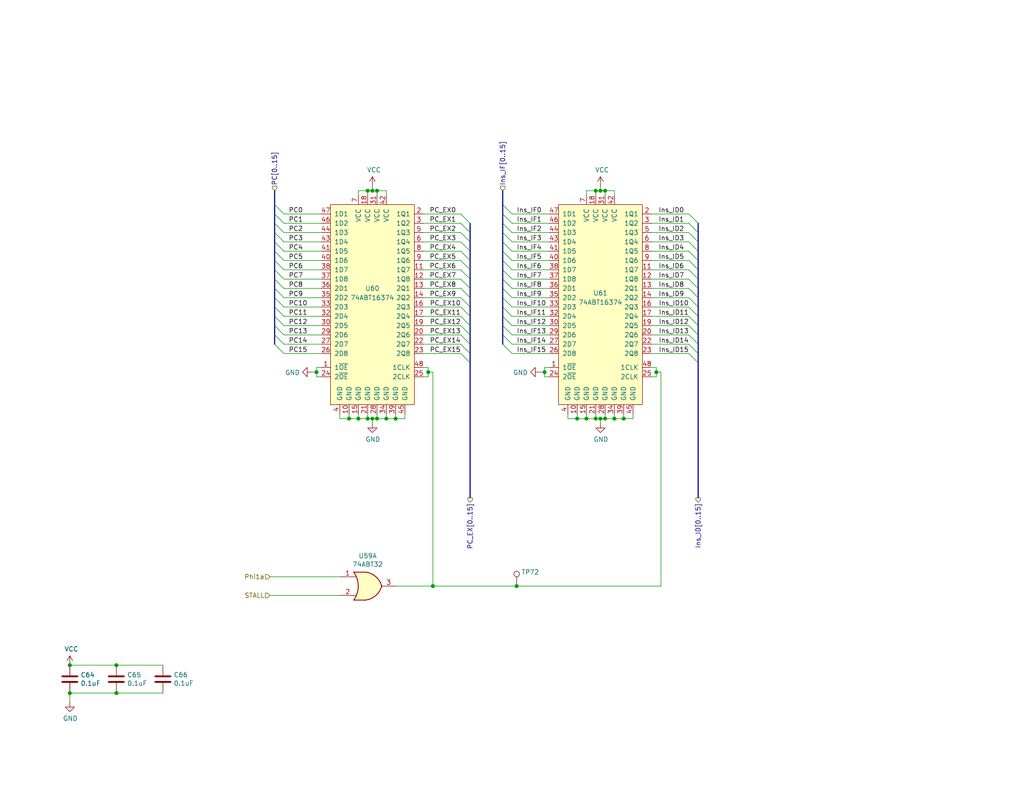
<source format=kicad_sch>
(kicad_sch (version 20230121) (generator eeschema)
  (paper "USLetter")
  (title_block (title "IF/ID") (date "2023-10-22") (rev "C") (comment 4 "Interstage pipeline registers between IF and ID"))
  (lib_symbols
    (symbol "74xx (kicad5):74ABT16374" (pin_names (offset 1.016))
      (property "Reference" "U" (at 0 1.27 0))
      (property "Value" "74ABT16374" (at 0 -1.27 0))
      (symbol "74ABT16374_0_0"
        (pin input line (at -13.97 -20.32 0) (length 2.54) (name "1~{OE}") (number "1"))
        (pin power_in line (at -6.35 -33.02 90) (length 2.54) (name "GND") (number "10"))
        (pin tri_state line (at 13.97 6.35 180) (length 2.54) (name "1Q7") (number "11"))
        (pin tri_state line (at 13.97 3.81 180) (length 2.54) (name "1Q8") (number "12"))
        (pin tri_state line (at 13.97 1.27 180) (length 2.54) (name "2Q1") (number "13"))
        (pin tri_state line (at 13.97 -1.27 180) (length 2.54) (name "2Q2") (number "14"))
        (pin power_in line (at -3.81 -33.02 90) (length 2.54) (name "GND") (number "15"))
        (pin tri_state line (at 13.97 -3.81 180) (length 2.54) (name "2Q3") (number "16"))
        (pin tri_state line (at 13.97 -6.35 180) (length 2.54) (name "2Q4") (number "17"))
        (pin power_in line (at -1.27 26.67 270) (length 2.54) (name "VCC") (number "18"))
        (pin tri_state line (at 13.97 -8.89 180) (length 2.54) (name "2Q5") (number "19"))
        (pin tri_state line (at 13.97 21.59 180) (length 2.54) (name "1Q1") (number "2"))
        (pin tri_state line (at 13.97 -11.43 180) (length 2.54) (name "2Q6") (number "20"))
        (pin power_in line (at -1.27 -33.02 90) (length 2.54) (name "GND") (number "21"))
        (pin tri_state line (at 13.97 -13.97 180) (length 2.54) (name "2Q7") (number "22"))
        (pin tri_state line (at 13.97 -16.51 180) (length 2.54) (name "2Q8") (number "23"))
        (pin input line (at -13.97 -22.86 0) (length 2.54) (name "2~{OE}") (number "24"))
        (pin input line (at 13.97 -22.86 180) (length 2.54) (name "2CLK") (number "25"))
        (pin input line (at -13.97 -16.51 0) (length 2.54) (name "2D8") (number "26"))
        (pin input line (at -13.97 -13.97 0) (length 2.54) (name "2D7") (number "27"))
        (pin power_in line (at 1.27 -33.02 90) (length 2.54) (name "GND") (number "28"))
        (pin input line (at -13.97 -11.43 0) (length 2.54) (name "2D6") (number "29"))
        (pin tri_state line (at 13.97 19.05 180) (length 2.54) (name "1Q2") (number "3"))
        (pin input line (at -13.97 -8.89 0) (length 2.54) (name "2D5") (number "30"))
        (pin power_in line (at 1.27 26.67 270) (length 2.54) (name "VCC") (number "31"))
        (pin input line (at -13.97 -6.35 0) (length 2.54) (name "2D4") (number "32"))
        (pin input line (at -13.97 -3.81 0) (length 2.54) (name "2D3") (number "33"))
        (pin power_in line (at 3.81 -33.02 90) (length 2.54) (name "GND") (number "34"))
        (pin input line (at -13.97 -1.27 0) (length 2.54) (name "2D2") (number "35"))
        (pin input line (at -13.97 1.27 0) (length 2.54) (name "2D1") (number "36"))
        (pin input line (at -13.97 3.81 0) (length 2.54) (name "1D8") (number "37"))
        (pin input line (at -13.97 6.35 0) (length 2.54) (name "1D7") (number "38"))
        (pin power_in line (at 6.35 -33.02 90) (length 2.54) (name "GND") (number "39"))
        (pin power_in line (at -8.89 -33.02 90) (length 2.54) (name "GND") (number "4"))
        (pin input line (at -13.97 8.89 0) (length 2.54) (name "1D6") (number "40"))
        (pin input line (at -13.97 11.43 0) (length 2.54) (name "1D5") (number "41"))
        (pin power_in line (at 3.81 26.67 270) (length 2.54) (name "VCC") (number "42"))
        (pin input line (at -13.97 13.97 0) (length 2.54) (name "1D4") (number "43"))
        (pin input line (at -13.97 16.51 0) (length 2.54) (name "1D3") (number "44"))
        (pin power_in line (at 8.89 -33.02 90) (length 2.54) (name "GND") (number "45"))
        (pin input line (at -13.97 19.05 0) (length 2.54) (name "1D2") (number "46"))
        (pin input line (at -13.97 21.59 0) (length 2.54) (name "1D1") (number "47"))
        (pin input line (at 13.97 -20.32 180) (length 2.54) (name "1CLK") (number "48"))
        (pin tri_state line (at 13.97 16.51 180) (length 2.54) (name "1Q3") (number "5"))
        (pin tri_state line (at 13.97 13.97 180) (length 2.54) (name "1Q4") (number "6"))
        (pin power_in line (at -3.81 26.67 270) (length 2.54) (name "VCC") (number "7"))
        (pin tri_state line (at 13.97 11.43 180) (length 2.54) (name "1Q5") (number "8"))
        (pin tri_state line (at 13.97 8.89 180) (length 2.54) (name "1Q6") (number "9"))
      )
      (symbol "74ABT16374_0_1"
        (rectangle (start -11.43 24.13) (end 11.43 -30.48) (fill (type background)))
      )
    )
    (symbol "74xx:74LS32" (pin_names (offset 1.016))
      (property "Reference" "U" (at 0 1.27 0))
      (property "Value" "74LS32" (at 0 -1.27 0))
      (symbol "74LS32_1_1"
        (arc (start -3.81 -3.81) (mid -2.589 0) (end -3.81 3.81) (stroke (width 0.254)))
        (arc (start -0.6096 -3.81) (mid 2.1842 -2.5851) (end 3.81 0) (stroke (width 0.254)) (fill (type background)))
        (polyline (pts (xy -3.81 -3.81) (xy -0.635 -3.81)) (stroke (width 0.254)) (fill (type background)))
        (polyline (pts (xy -3.81 3.81) (xy -0.635 3.81)) (stroke (width 0.254)) (fill (type background)))
        (polyline (pts (xy -0.635 3.81) (xy -3.81 3.81) (xy -3.81 3.81) (xy -3.556 3.4036) (xy -3.0226 2.2606) (xy -2.6924 1.0414) (xy -2.6162 -0.254) (xy -2.7686 -1.4986) (xy -3.175 -2.7178) (xy -3.81 -3.81) (xy -3.81 -3.81) (xy -0.635 -3.81)) (stroke (width -25.4)) (fill (type background)))
        (arc (start 3.81 0) (mid 2.1915 2.5936) (end -0.6096 3.81) (stroke (width 0.254)) (fill (type background)))
        (pin input line (at -7.62 2.54 0) (length 4.318) (name "~") (number "1"))
        (pin input line (at -7.62 -2.54 0) (length 4.318) (name "~") (number "2"))
        (pin output line (at 7.62 0 180) (length 3.81) (name "~") (number "3"))
      )
      (symbol "74LS32_1_2"
        (arc (start 0 -3.81) (mid 3.7934 0) (end 0 3.81) (stroke (width 0.254)) (fill (type background)))
        (polyline (pts (xy 0 3.81) (xy -3.81 3.81) (xy -3.81 -3.81) (xy 0 -3.81)) (stroke (width 0.254)) (fill (type background)))
        (pin input inverted (at -7.62 2.54 0) (length 3.81) (name "~") (number "1"))
        (pin input inverted (at -7.62 -2.54 0) (length 3.81) (name "~") (number "2"))
        (pin output inverted (at 7.62 0 180) (length 3.81) (name "~") (number "3"))
      )
      (symbol "74LS32_2_1"
        (arc (start -3.81 -3.81) (mid -2.589 0) (end -3.81 3.81) (stroke (width 0.254)))
        (arc (start -0.6096 -3.81) (mid 2.1842 -2.5851) (end 3.81 0) (stroke (width 0.254)) (fill (type background)))
        (polyline (pts (xy -3.81 -3.81) (xy -0.635 -3.81)) (stroke (width 0.254)) (fill (type background)))
        (polyline (pts (xy -3.81 3.81) (xy -0.635 3.81)) (stroke (width 0.254)) (fill (type background)))
        (polyline (pts (xy -0.635 3.81) (xy -3.81 3.81) (xy -3.81 3.81) (xy -3.556 3.4036) (xy -3.0226 2.2606) (xy -2.6924 1.0414) (xy -2.6162 -0.254) (xy -2.7686 -1.4986) (xy -3.175 -2.7178) (xy -3.81 -3.81) (xy -3.81 -3.81) (xy -0.635 -3.81)) (stroke (width -25.4)) (fill (type background)))
        (arc (start 3.81 0) (mid 2.1915 2.5936) (end -0.6096 3.81) (stroke (width 0.254)) (fill (type background)))
        (pin input line (at -7.62 2.54 0) (length 4.318) (name "~") (number "4"))
        (pin input line (at -7.62 -2.54 0) (length 4.318) (name "~") (number "5"))
        (pin output line (at 7.62 0 180) (length 3.81) (name "~") (number "6"))
      )
      (symbol "74LS32_2_2"
        (arc (start 0 -3.81) (mid 3.7934 0) (end 0 3.81) (stroke (width 0.254)) (fill (type background)))
        (polyline (pts (xy 0 3.81) (xy -3.81 3.81) (xy -3.81 -3.81) (xy 0 -3.81)) (stroke (width 0.254)) (fill (type background)))
        (pin input inverted (at -7.62 2.54 0) (length 3.81) (name "~") (number "4"))
        (pin input inverted (at -7.62 -2.54 0) (length 3.81) (name "~") (number "5"))
        (pin output inverted (at 7.62 0 180) (length 3.81) (name "~") (number "6"))
      )
      (symbol "74LS32_3_1"
        (arc (start -3.81 -3.81) (mid -2.589 0) (end -3.81 3.81) (stroke (width 0.254)))
        (arc (start -0.6096 -3.81) (mid 2.1842 -2.5851) (end 3.81 0) (stroke (width 0.254)) (fill (type background)))
        (polyline (pts (xy -3.81 -3.81) (xy -0.635 -3.81)) (stroke (width 0.254)) (fill (type background)))
        (polyline (pts (xy -3.81 3.81) (xy -0.635 3.81)) (stroke (width 0.254)) (fill (type background)))
        (polyline (pts (xy -0.635 3.81) (xy -3.81 3.81) (xy -3.81 3.81) (xy -3.556 3.4036) (xy -3.0226 2.2606) (xy -2.6924 1.0414) (xy -2.6162 -0.254) (xy -2.7686 -1.4986) (xy -3.175 -2.7178) (xy -3.81 -3.81) (xy -3.81 -3.81) (xy -0.635 -3.81)) (stroke (width -25.4)) (fill (type background)))
        (arc (start 3.81 0) (mid 2.1915 2.5936) (end -0.6096 3.81) (stroke (width 0.254)) (fill (type background)))
        (pin input line (at -7.62 -2.54 0) (length 4.318) (name "~") (number "10"))
        (pin output line (at 7.62 0 180) (length 3.81) (name "~") (number "8"))
        (pin input line (at -7.62 2.54 0) (length 4.318) (name "~") (number "9"))
      )
      (symbol "74LS32_3_2"
        (arc (start 0 -3.81) (mid 3.7934 0) (end 0 3.81) (stroke (width 0.254)) (fill (type background)))
        (polyline (pts (xy 0 3.81) (xy -3.81 3.81) (xy -3.81 -3.81) (xy 0 -3.81)) (stroke (width 0.254)) (fill (type background)))
        (pin input inverted (at -7.62 -2.54 0) (length 3.81) (name "~") (number "10"))
        (pin output inverted (at 7.62 0 180) (length 3.81) (name "~") (number "8"))
        (pin input inverted (at -7.62 2.54 0) (length 3.81) (name "~") (number "9"))
      )
      (symbol "74LS32_4_1"
        (arc (start -3.81 -3.81) (mid -2.589 0) (end -3.81 3.81) (stroke (width 0.254)))
        (arc (start -0.6096 -3.81) (mid 2.1842 -2.5851) (end 3.81 0) (stroke (width 0.254)) (fill (type background)))
        (polyline (pts (xy -3.81 -3.81) (xy -0.635 -3.81)) (stroke (width 0.254)) (fill (type background)))
        (polyline (pts (xy -3.81 3.81) (xy -0.635 3.81)) (stroke (width 0.254)) (fill (type background)))
        (polyline (pts (xy -0.635 3.81) (xy -3.81 3.81) (xy -3.81 3.81) (xy -3.556 3.4036) (xy -3.0226 2.2606) (xy -2.6924 1.0414) (xy -2.6162 -0.254) (xy -2.7686 -1.4986) (xy -3.175 -2.7178) (xy -3.81 -3.81) (xy -3.81 -3.81) (xy -0.635 -3.81)) (stroke (width -25.4)) (fill (type background)))
        (arc (start 3.81 0) (mid 2.1915 2.5936) (end -0.6096 3.81) (stroke (width 0.254)) (fill (type background)))
        (pin output line (at 7.62 0 180) (length 3.81) (name "~") (number "11"))
        (pin input line (at -7.62 2.54 0) (length 4.318) (name "~") (number "12"))
        (pin input line (at -7.62 -2.54 0) (length 4.318) (name "~") (number "13"))
      )
      (symbol "74LS32_4_2"
        (arc (start 0 -3.81) (mid 3.7934 0) (end 0 3.81) (stroke (width 0.254)) (fill (type background)))
        (polyline (pts (xy 0 3.81) (xy -3.81 3.81) (xy -3.81 -3.81) (xy 0 -3.81)) (stroke (width 0.254)) (fill (type background)))
        (pin output inverted (at 7.62 0 180) (length 3.81) (name "~") (number "11"))
        (pin input inverted (at -7.62 2.54 0) (length 3.81) (name "~") (number "12"))
        (pin input inverted (at -7.62 -2.54 0) (length 3.81) (name "~") (number "13"))
      )
      (symbol "74LS32_5_0"
        (pin power_in line (at 0 12.7 270) (length 5.08) (name "VCC") (number "14"))
        (pin power_in line (at 0 -12.7 90) (length 5.08) (name "GND") (number "7"))
      )
      (symbol "74LS32_5_1"
        (rectangle (start -5.08 7.62) (end 5.08 -7.62) (stroke (width 0.254)) (fill (type background)))
      )
    )
    (symbol "Connector:TestPoint" (pin_numbers hide) (pin_names (offset 0.762) hide)
      (property "Reference" "TP" (at 0 6.858 0))
      (property "Value" "TestPoint" (at 0 5.08 0))
      (symbol "TestPoint_0_1"
        (circle (center 0 3.302) (radius 0.762))
      )
      (symbol "TestPoint_1_1"
        (pin passive line (at 0 0 90) (length 2.54) (name "1") (number "1"))
      )
    )
    (symbol "Device:C" (pin_numbers hide) (pin_names (offset 0.254))
      (property "Reference" "C" (at 0.635 2.54 0))
      (property "Value" "C" (at 0.635 -2.54 0))
      (symbol "C_0_1"
        (polyline (pts (xy -2.032 -0.762) (xy 2.032 -0.762)) (stroke (width 0.508)))
        (polyline (pts (xy -2.032 0.762) (xy 2.032 0.762)) (stroke (width 0.508)))
      )
      (symbol "C_1_1"
        (pin passive line (at 0 3.81 270) (length 2.794) (name "~") (number "1"))
        (pin passive line (at 0 -3.81 90) (length 2.794) (name "~") (number "2"))
      )
    )
    (symbol "power:GND" (power) (pin_names (offset 0))
      (property "Value" "GND" (at 0 -3.81 0))
      (symbol "GND_0_1"
        (polyline (pts (xy 0 0) (xy 0 -1.27) (xy 1.27 -1.27) (xy 0 -2.54) (xy -1.27 -1.27) (xy 0 -1.27)))
      )
      (symbol "GND_1_1"
        (pin power_in line (at 0 0 270) (length 0) hide (name "GND") (number "1"))
      )
    )
    (symbol "power:VCC" (power) (pin_names (offset 0))
      (property "Value" "VCC" (at 0 3.81 0))
      (symbol "VCC_0_1"
        (polyline (pts (xy -0.762 1.27) (xy 0 2.54)))
        (polyline (pts (xy 0 0) (xy 0 2.54)))
        (polyline (pts (xy 0 2.54) (xy 0.762 1.27)))
      )
      (symbol "VCC_1_1"
        (pin power_in line (at 0 0 90) (length 0) hide (name "VCC") (number "1"))
      )
    )
  )
  (junction (at 163.83 52.07))
  (junction (at 95.25 114.3))
  (junction (at 157.48 114.3))
  (junction (at 102.87 114.3))
  (junction (at -25.4 102.87))
  (junction (at 170.18 114.3))
  (junction (at 100.33 52.07))
  (junction (at 116.84 101.6))
  (junction (at 118.11 160.02))
  (junction (at 102.87 52.07))
  (junction (at 105.41 114.3))
  (junction (at 165.1 52.07))
  (junction (at -25.4 118.11))
  (junction (at -25.4 87.63))
  (junction (at 163.83 114.3))
  (junction (at 179.07 101.6))
  (junction (at 165.1 114.3))
  (junction (at 86.36 101.6))
  (junction (at 101.6 114.3))
  (junction (at 140.97 160.02))
  (junction (at -25.4 82.55))
  (junction (at -25.4 113.03))
  (junction (at 148.59 101.6))
  (junction (at 160.02 114.3))
  (junction (at 97.79 114.3))
  (junction (at 162.56 114.3))
  (junction (at 107.95 114.3))
  (junction (at 31.75 189.23))
  (junction (at 162.56 52.07))
  (junction (at 19.05 189.23))
  (junction (at 101.6 52.07))
  (junction (at -25.4 97.79))
  (junction (at 100.33 114.3))
  (junction (at 19.05 181.61))
  (junction (at 31.75 181.61))
  (junction (at 167.64 114.3))
  (no_connect (at -7.62 85.09))
  (no_connect (at -7.62 100.33))
  (no_connect (at -7.62 115.57))
  (bus_entry (at 74.93 68.58) (size 2.54 2.54))
  (bus_entry (at 125.73 88.9) (size 2.54 2.54))
  (bus_entry (at 137.16 63.5) (size 2.54 2.54))
  (bus_entry (at 74.93 86.36) (size 2.54 2.54))
  (bus_entry (at 137.16 76.2) (size 2.54 2.54))
  (bus_entry (at 74.93 63.5) (size 2.54 2.54))
  (bus_entry (at 125.73 66.04) (size 2.54 2.54))
  (bus_entry (at 74.93 93.98) (size 2.54 2.54))
  (bus_entry (at 74.93 66.04) (size 2.54 2.54))
  (bus_entry (at 137.16 71.12) (size 2.54 2.54))
  (bus_entry (at 74.93 55.88) (size 2.54 2.54))
  (bus_entry (at 187.96 63.5) (size 2.54 2.54))
  (bus_entry (at 187.96 78.74) (size 2.54 2.54))
  (bus_entry (at 125.73 73.66) (size 2.54 2.54))
  (bus_entry (at 187.96 68.58) (size 2.54 2.54))
  (bus_entry (at 125.73 96.52) (size 2.54 2.54))
  (bus_entry (at 125.73 58.42) (size 2.54 2.54))
  (bus_entry (at 137.16 81.28) (size 2.54 2.54))
  (bus_entry (at 187.96 93.98) (size 2.54 2.54))
  (bus_entry (at 125.73 91.44) (size 2.54 2.54))
  (bus_entry (at 137.16 55.88) (size 2.54 2.54))
  (bus_entry (at 125.73 71.12) (size 2.54 2.54))
  (bus_entry (at 137.16 60.96) (size 2.54 2.54))
  (bus_entry (at 74.93 58.42) (size 2.54 2.54))
  (bus_entry (at 137.16 83.82) (size 2.54 2.54))
  (bus_entry (at 125.73 76.2) (size 2.54 2.54))
  (bus_entry (at 125.73 78.74) (size 2.54 2.54))
  (bus_entry (at 125.73 81.28) (size 2.54 2.54))
  (bus_entry (at 137.16 66.04) (size 2.54 2.54))
  (bus_entry (at 74.93 60.96) (size 2.54 2.54))
  (bus_entry (at 137.16 88.9) (size 2.54 2.54))
  (bus_entry (at 74.93 91.44) (size 2.54 2.54))
  (bus_entry (at 187.96 66.04) (size 2.54 2.54))
  (bus_entry (at 137.16 91.44) (size 2.54 2.54))
  (bus_entry (at 125.73 68.58) (size 2.54 2.54))
  (bus_entry (at 187.96 96.52) (size 2.54 2.54))
  (bus_entry (at 187.96 58.42) (size 2.54 2.54))
  (bus_entry (at 137.16 58.42) (size 2.54 2.54))
  (bus_entry (at 137.16 73.66) (size 2.54 2.54))
  (bus_entry (at 187.96 86.36) (size 2.54 2.54))
  (bus_entry (at 187.96 71.12) (size 2.54 2.54))
  (bus_entry (at 74.93 81.28) (size 2.54 2.54))
  (bus_entry (at 74.93 73.66) (size 2.54 2.54))
  (bus_entry (at 137.16 78.74) (size 2.54 2.54))
  (bus_entry (at 187.96 88.9) (size 2.54 2.54))
  (bus_entry (at 74.93 76.2) (size 2.54 2.54))
  (bus_entry (at 187.96 91.44) (size 2.54 2.54))
  (bus_entry (at 137.16 68.58) (size 2.54 2.54))
  (bus_entry (at 187.96 76.2) (size 2.54 2.54))
  (bus_entry (at 74.93 78.74) (size 2.54 2.54))
  (bus_entry (at 74.93 88.9) (size 2.54 2.54))
  (bus_entry (at 137.16 86.36) (size 2.54 2.54))
  (bus_entry (at 187.96 73.66) (size 2.54 2.54))
  (bus_entry (at 137.16 93.98) (size 2.54 2.54))
  (bus_entry (at 125.73 93.98) (size 2.54 2.54))
  (bus_entry (at 74.93 71.12) (size 2.54 2.54))
  (bus_entry (at 187.96 81.28) (size 2.54 2.54))
  (bus_entry (at 125.73 63.5) (size 2.54 2.54))
  (bus_entry (at 125.73 83.82) (size 2.54 2.54))
  (bus_entry (at 125.73 60.96) (size 2.54 2.54))
  (bus_entry (at 187.96 83.82) (size 2.54 2.54))
  (bus_entry (at 74.93 83.82) (size 2.54 2.54))
  (bus_entry (at 125.73 86.36) (size 2.54 2.54))
  (bus_entry (at 187.96 60.96) (size 2.54 2.54))
  (wire (pts (xy 139.7 66.04) (xy 149.86 66.04)))
  (wire (pts (xy 187.96 93.98) (xy 177.8 93.98)))
  (wire (pts (xy 139.7 73.66) (xy 149.86 73.66)))
  (wire (pts (xy 187.96 68.58) (xy 177.8 68.58)))
  (wire (pts (xy 179.07 101.6) (xy 180.34 101.6)))
  (bus (pts (xy 74.93 91.44) (xy 74.93 93.98)))
  (bus (pts (xy 128.27 73.66) (xy 128.27 76.2)))
  (wire (pts (xy 160.02 113.03) (xy 160.02 114.3)))
  (wire (pts (xy -22.86 113.03) (xy -25.4 113.03)))
  (wire (pts (xy 125.73 60.96) (xy 115.57 60.96)))
  (wire (pts (xy 187.96 88.9) (xy 177.8 88.9)))
  (wire (pts (xy 101.6 114.3) (xy 102.87 114.3)))
  (bus (pts (xy 137.16 76.2) (xy 137.16 78.74)))
  (wire (pts (xy -22.86 118.11) (xy -25.4 118.11)))
  (wire (pts (xy -25.4 97.79) (xy -25.4 102.87)))
  (bus (pts (xy 128.27 83.82) (xy 128.27 86.36)))
  (wire (pts (xy 187.96 58.42) (xy 177.8 58.42)))
  (wire (pts (xy 100.33 113.03) (xy 100.33 114.3)))
  (bus (pts (xy 74.93 66.04) (xy 74.93 68.58)))
  (wire (pts (xy 97.79 113.03) (xy 97.79 114.3)))
  (wire (pts (xy 31.75 189.23) (xy 19.05 189.23)))
  (bus (pts (xy 190.5 68.58) (xy 190.5 71.12)))
  (wire (pts (xy 187.96 83.82) (xy 177.8 83.82)))
  (bus (pts (xy 137.16 52.07) (xy 137.16 55.88)))
  (bus (pts (xy 137.16 63.5) (xy 137.16 66.04)))
  (wire (pts (xy 139.7 76.2) (xy 149.86 76.2)))
  (wire (pts (xy 165.1 113.03) (xy 165.1 114.3)))
  (bus (pts (xy 137.16 66.04) (xy 137.16 68.58)))
  (bus (pts (xy 74.93 68.58) (xy 74.93 71.12)))
  (bus (pts (xy 190.5 78.74) (xy 190.5 81.28)))
  (bus (pts (xy 190.5 71.12) (xy 190.5 73.66)))
  (wire (pts (xy -25.4 80.01) (xy -25.4 82.55)))
  (wire (pts (xy 163.83 114.3) (xy 163.83 115.57)))
  (wire (pts (xy 77.47 60.96) (xy 87.63 60.96)))
  (wire (pts (xy 77.47 68.58) (xy 87.63 68.58)))
  (wire (pts (xy 187.96 81.28) (xy 177.8 81.28)))
  (bus (pts (xy 137.16 58.42) (xy 137.16 60.96)))
  (bus (pts (xy 137.16 55.88) (xy 137.16 58.42)))
  (wire (pts (xy 157.48 114.3) (xy 160.02 114.3)))
  (wire (pts (xy 125.73 96.52) (xy 115.57 96.52)))
  (wire (pts (xy 77.47 86.36) (xy 87.63 86.36)))
  (wire (pts (xy 105.41 114.3) (xy 107.95 114.3)))
  (bus (pts (xy 74.93 55.88) (xy 74.93 58.42)))
  (bus (pts (xy 74.93 71.12) (xy 74.93 73.66)))
  (wire (pts (xy 157.48 113.03) (xy 157.48 114.3)))
  (wire (pts (xy 148.59 100.33) (xy 148.59 101.6)))
  (wire (pts (xy 179.07 101.6) (xy 179.07 102.87)))
  (wire (pts (xy 148.59 101.6) (xy 147.32 101.6)))
  (wire (pts (xy 102.87 114.3) (xy 105.41 114.3)))
  (wire (pts (xy 163.83 114.3) (xy 165.1 114.3)))
  (wire (pts (xy 125.73 78.74) (xy 115.57 78.74)))
  (wire (pts (xy 125.73 93.98) (xy 115.57 93.98)))
  (bus (pts (xy 190.5 93.98) (xy 190.5 96.52)))
  (wire (pts (xy 160.02 52.07) (xy 162.56 52.07)))
  (bus (pts (xy 128.27 78.74) (xy 128.27 81.28)))
  (wire (pts (xy 77.47 66.04) (xy 87.63 66.04)))
  (wire (pts (xy 165.1 52.07) (xy 167.64 52.07)))
  (wire (pts (xy 92.71 114.3) (xy 95.25 114.3)))
  (wire (pts (xy 139.7 83.82) (xy 149.86 83.82)))
  (wire (pts (xy 116.84 100.33) (xy 116.84 101.6)))
  (bus (pts (xy 137.16 83.82) (xy 137.16 86.36)))
  (wire (pts (xy 187.96 63.5) (xy 177.8 63.5)))
  (wire (pts (xy 92.71 162.56) (xy 73.66 162.56)))
  (bus (pts (xy 74.93 63.5) (xy 74.93 66.04)))
  (wire (pts (xy -22.86 87.63) (xy -25.4 87.63)))
  (bus (pts (xy 137.16 71.12) (xy 137.16 73.66)))
  (wire (pts (xy 77.47 78.74) (xy 87.63 78.74)))
  (wire (pts (xy 139.7 68.58) (xy 149.86 68.58)))
  (bus (pts (xy 128.27 96.52) (xy 128.27 99.06)))
  (wire (pts (xy 97.79 53.34) (xy 97.79 52.07)))
  (bus (pts (xy 137.16 60.96) (xy 137.16 63.5)))
  (wire (pts (xy 116.84 101.6) (xy 118.11 101.6)))
  (wire (pts (xy 163.83 50.8) (xy 163.83 52.07)))
  (wire (pts (xy 163.83 52.07) (xy 165.1 52.07)))
  (wire (pts (xy 100.33 53.34) (xy 100.33 52.07)))
  (bus (pts (xy 74.93 86.36) (xy 74.93 88.9)))
  (wire (pts (xy 100.33 52.07) (xy 101.6 52.07)))
  (wire (pts (xy 77.47 71.12) (xy 87.63 71.12)))
  (wire (pts (xy 31.75 181.61) (xy 44.45 181.61)))
  (bus (pts (xy 137.16 73.66) (xy 137.16 76.2)))
  (wire (pts (xy 125.73 81.28) (xy 115.57 81.28)))
  (bus (pts (xy 74.93 88.9) (xy 74.93 91.44)))
  (wire (pts (xy 139.7 58.42) (xy 149.86 58.42)))
  (wire (pts (xy 125.73 88.9) (xy 115.57 88.9)))
  (wire (pts (xy 110.49 114.3) (xy 110.49 113.03)))
  (bus (pts (xy 74.93 58.42) (xy 74.93 60.96)))
  (wire (pts (xy 77.47 58.42) (xy 87.63 58.42)))
  (wire (pts (xy 165.1 53.34) (xy 165.1 52.07)))
  (wire (pts (xy 149.86 100.33) (xy 148.59 100.33)))
  (bus (pts (xy 128.27 60.96) (xy 128.27 63.5)))
  (wire (pts (xy 125.73 58.42) (xy 115.57 58.42)))
  (bus (pts (xy 74.93 78.74) (xy 74.93 81.28)))
  (wire (pts (xy 187.96 96.52) (xy 177.8 96.52)))
  (wire (pts (xy 77.47 83.82) (xy 87.63 83.82)))
  (bus (pts (xy 190.5 73.66) (xy 190.5 76.2)))
  (wire (pts (xy 101.6 50.8) (xy 101.6 52.07)))
  (wire (pts (xy 139.7 81.28) (xy 149.86 81.28)))
  (wire (pts (xy 97.79 114.3) (xy 100.33 114.3)))
  (bus (pts (xy 190.5 91.44) (xy 190.5 93.98)))
  (wire (pts (xy -22.86 102.87) (xy -25.4 102.87)))
  (bus (pts (xy 128.27 71.12) (xy 128.27 73.66)))
  (bus (pts (xy 128.27 86.36) (xy 128.27 88.9)))
  (bus (pts (xy 190.5 88.9) (xy 190.5 91.44)))
  (wire (pts (xy 77.47 81.28) (xy 87.63 81.28)))
  (wire (pts (xy 140.97 160.02) (xy 180.34 160.02)))
  (wire (pts (xy 100.33 114.3) (xy 101.6 114.3)))
  (wire (pts (xy 139.7 86.36) (xy 149.86 86.36)))
  (bus (pts (xy 128.27 99.06) (xy 128.27 135.89)))
  (wire (pts (xy 139.7 91.44) (xy 149.86 91.44)))
  (wire (pts (xy 101.6 114.3) (xy 101.6 115.57)))
  (bus (pts (xy 190.5 76.2) (xy 190.5 78.74)))
  (wire (pts (xy 148.59 102.87) (xy 149.86 102.87)))
  (wire (pts (xy 162.56 114.3) (xy 163.83 114.3)))
  (wire (pts (xy 125.73 86.36) (xy 115.57 86.36)))
  (wire (pts (xy 170.18 114.3) (xy 172.72 114.3)))
  (wire (pts (xy 125.73 66.04) (xy 115.57 66.04)))
  (wire (pts (xy 187.96 71.12) (xy 177.8 71.12)))
  (wire (pts (xy 86.36 102.87) (xy 87.63 102.87)))
  (wire (pts (xy 86.36 100.33) (xy 86.36 101.6)))
  (wire (pts (xy 139.7 96.52) (xy 149.86 96.52)))
  (wire (pts (xy 187.96 76.2) (xy 177.8 76.2)))
  (wire (pts (xy 154.94 113.03) (xy 154.94 114.3)))
  (bus (pts (xy 137.16 81.28) (xy 137.16 83.82)))
  (wire (pts (xy 139.7 88.9) (xy 149.86 88.9)))
  (bus (pts (xy 137.16 88.9) (xy 137.16 91.44)))
  (wire (pts (xy 125.73 63.5) (xy 115.57 63.5)))
  (wire (pts (xy 167.64 113.03) (xy 167.64 114.3)))
  (wire (pts (xy 77.47 76.2) (xy 87.63 76.2)))
  (wire (pts (xy 187.96 86.36) (xy 177.8 86.36)))
  (wire (pts (xy 86.36 101.6) (xy 86.36 102.87)))
  (wire (pts (xy 125.73 68.58) (xy 115.57 68.58)))
  (wire (pts (xy 187.96 66.04) (xy 177.8 66.04)))
  (wire (pts (xy 77.47 96.52) (xy 87.63 96.52)))
  (wire (pts (xy 167.64 114.3) (xy 170.18 114.3)))
  (bus (pts (xy 128.27 93.98) (xy 128.27 96.52)))
  (wire (pts (xy 118.11 160.02) (xy 140.97 160.02)))
  (wire (pts (xy 97.79 52.07) (xy 100.33 52.07)))
  (bus (pts (xy 137.16 68.58) (xy 137.16 71.12)))
  (wire (pts (xy 180.34 160.02) (xy 180.34 101.6)))
  (wire (pts (xy -22.86 97.79) (xy -25.4 97.79)))
  (wire (pts (xy 92.71 113.03) (xy 92.71 114.3)))
  (wire (pts (xy 95.25 113.03) (xy 95.25 114.3)))
  (bus (pts (xy 190.5 63.5) (xy 190.5 66.04)))
  (bus (pts (xy 190.5 81.28) (xy 190.5 83.82)))
  (wire (pts (xy 125.73 76.2) (xy 115.57 76.2)))
  (wire (pts (xy 139.7 93.98) (xy 149.86 93.98)))
  (wire (pts (xy 77.47 91.44) (xy 87.63 91.44)))
  (bus (pts (xy 74.93 73.66) (xy 74.93 76.2)))
  (bus (pts (xy 190.5 86.36) (xy 190.5 88.9)))
  (bus (pts (xy 190.5 60.96) (xy 190.5 63.5)))
  (wire (pts (xy 101.6 52.07) (xy 102.87 52.07)))
  (wire (pts (xy 92.71 157.48) (xy 73.66 157.48)))
  (wire (pts (xy 125.73 83.82) (xy 115.57 83.82)))
  (bus (pts (xy 128.27 81.28) (xy 128.27 83.82)))
  (wire (pts (xy 115.57 100.33) (xy 116.84 100.33)))
  (wire (pts (xy 179.07 102.87) (xy 177.8 102.87)))
  (wire (pts (xy 77.47 63.5) (xy 87.63 63.5)))
  (bus (pts (xy 128.27 76.2) (xy 128.27 78.74)))
  (bus (pts (xy 128.27 66.04) (xy 128.27 68.58)))
  (wire (pts (xy 187.96 91.44) (xy 177.8 91.44)))
  (bus (pts (xy 190.5 66.04) (xy 190.5 68.58)))
  (wire (pts (xy 102.87 52.07) (xy 105.41 52.07)))
  (wire (pts (xy 125.73 91.44) (xy 115.57 91.44)))
  (wire (pts (xy 107.95 114.3) (xy 110.49 114.3)))
  (wire (pts (xy 107.95 113.03) (xy 107.95 114.3)))
  (bus (pts (xy 137.16 91.44) (xy 137.16 93.98)))
  (wire (pts (xy 139.7 71.12) (xy 149.86 71.12)))
  (wire (pts (xy 172.72 114.3) (xy 172.72 113.03)))
  (wire (pts (xy 187.96 73.66) (xy 177.8 73.66)))
  (wire (pts (xy 19.05 181.61) (xy 31.75 181.61)))
  (wire (pts (xy 77.47 88.9) (xy 87.63 88.9)))
  (wire (pts (xy 86.36 101.6) (xy 85.09 101.6)))
  (bus (pts (xy 190.5 83.82) (xy 190.5 86.36)))
  (bus (pts (xy 128.27 91.44) (xy 128.27 93.98)))
  (bus (pts (xy 137.16 86.36) (xy 137.16 88.9)))
  (wire (pts (xy 148.59 101.6) (xy 148.59 102.87)))
  (wire (pts (xy 167.64 52.07) (xy 167.64 53.34)))
  (wire (pts (xy 118.11 160.02) (xy 107.95 160.02)))
  (wire (pts (xy 187.96 78.74) (xy 177.8 78.74)))
  (wire (pts (xy 125.73 71.12) (xy 115.57 71.12)))
  (wire (pts (xy 77.47 93.98) (xy 87.63 93.98)))
  (wire (pts (xy 139.7 60.96) (xy 149.86 60.96)))
  (wire (pts (xy 95.25 114.3) (xy 97.79 114.3)))
  (wire (pts (xy 160.02 114.3) (xy 162.56 114.3)))
  (wire (pts (xy -25.4 118.11) (xy -25.4 124.46)))
  (wire (pts (xy 179.07 100.33) (xy 179.07 101.6)))
  (wire (pts (xy 187.96 60.96) (xy 177.8 60.96)))
  (wire (pts (xy 139.7 78.74) (xy 149.86 78.74)))
  (bus (pts (xy 137.16 78.74) (xy 137.16 81.28)))
  (bus (pts (xy 74.93 81.28) (xy 74.93 83.82)))
  (wire (pts (xy 102.87 53.34) (xy 102.87 52.07)))
  (wire (pts (xy 139.7 63.5) (xy 149.86 63.5)))
  (wire (pts (xy 160.02 53.34) (xy 160.02 52.07)))
  (wire (pts (xy 162.56 53.34) (xy 162.56 52.07)))
  (bus (pts (xy 128.27 63.5) (xy 128.27 66.04)))
  (wire (pts (xy 165.1 114.3) (xy 167.64 114.3)))
  (bus (pts (xy 128.27 88.9) (xy 128.27 91.44)))
  (wire (pts (xy 87.63 100.33) (xy 86.36 100.33)))
  (wire (pts (xy 162.56 113.03) (xy 162.56 114.3)))
  (bus (pts (xy 190.5 96.52) (xy 190.5 99.06)))
  (wire (pts (xy -25.4 87.63) (xy -25.4 97.79)))
  (bus (pts (xy 74.93 52.07) (xy 74.93 55.88)))
  (bus (pts (xy 190.5 99.06) (xy 190.5 135.89)))
  (bus (pts (xy 74.93 60.96) (xy 74.93 63.5)))
  (wire (pts (xy -25.4 113.03) (xy -25.4 118.11)))
  (wire (pts (xy 125.73 73.66) (xy 115.57 73.66)))
  (wire (pts (xy -25.4 102.87) (xy -25.4 113.03)))
  (wire (pts (xy 105.41 52.07) (xy 105.41 53.34)))
  (wire (pts (xy 170.18 113.03) (xy 170.18 114.3)))
  (wire (pts (xy -25.4 82.55) (xy -25.4 87.63)))
  (wire (pts (xy 177.8 100.33) (xy 179.07 100.33)))
  (wire (pts (xy 162.56 52.07) (xy 163.83 52.07)))
  (bus (pts (xy 74.93 83.82) (xy 74.93 86.36)))
  (wire (pts (xy 19.05 191.77) (xy 19.05 189.23)))
  (wire (pts (xy 116.84 101.6) (xy 116.84 102.87)))
  (wire (pts (xy 118.11 101.6) (xy 118.11 160.02)))
  (bus (pts (xy 128.27 68.58) (xy 128.27 71.12)))
  (wire (pts (xy 116.84 102.87) (xy 115.57 102.87)))
  (wire (pts (xy 44.45 189.23) (xy 31.75 189.23)))
  (wire (pts (xy 102.87 113.03) (xy 102.87 114.3)))
  (wire (pts (xy 105.41 113.03) (xy 105.41 114.3)))
  (wire (pts (xy 154.94 114.3) (xy 157.48 114.3)))
  (wire (pts (xy 77.47 73.66) (xy 87.63 73.66)))
  (bus (pts (xy 74.93 76.2) (xy 74.93 78.74)))
  (wire (pts (xy -22.86 82.55) (xy -25.4 82.55)))
  (label "Ins_IF3" (at 140.97 66.04 0))
  (label "Ins_IF4" (at 140.97 68.58 0))
  (label "PC_EX1" (at 124.46 60.96 180))
  (label "Ins_ID3" (at 186.69 66.04 180))
  (label "PC_EX13" (at 125.73 91.44 180))
  (label "PC6" (at 78.74 73.66 0))
  (label "PC_EX7" (at 124.46 76.2 180))
  (label "PC_EX8" (at 124.46 78.74 180))
  (label "PC_EX5" (at 124.46 71.12 180))
  (label "PC10" (at 78.74 83.82 0))
  (label "Ins_ID0" (at 186.69 58.42 180))
  (label "Ins_IF9" (at 140.97 81.28 0))
  (label "Ins_IF1" (at 140.97 60.96 0))
  (label "PC_EX2" (at 124.46 63.5 180))
  (label "Ins_IF8" (at 140.97 78.74 0))
  (label "Ins_ID6" (at 186.69 73.66 180))
  (label "PC_EX15" (at 125.73 96.52 180))
  (label "PC_EX12" (at 125.73 88.9 180))
  (label "PC13" (at 78.74 91.44 0))
  (label "PC_EX6" (at 124.46 73.66 180))
  (label "Ins_ID2" (at 186.69 63.5 180))
  (label "PC9" (at 78.74 81.28 0))
  (label "PC3" (at 78.74 66.04 0))
  (label "Ins_IF13" (at 140.97 91.44 0))
  (label "PC12" (at 78.74 88.9 0))
  (label "Ins_ID15" (at 187.96 96.52 180))
  (label "PC8" (at 78.74 78.74 0))
  (label "Ins_ID11" (at 187.96 86.36 180))
  (label "PC2" (at 78.74 63.5 0))
  (label "Ins_ID9" (at 186.69 81.28 180))
  (label "Ins_ID7" (at 186.69 76.2 180))
  (label "Ins_IF6" (at 140.97 73.66 0))
  (label "Ins_IF12" (at 140.97 88.9 0))
  (label "PC11" (at 78.74 86.36 0))
  (label "PC7" (at 78.74 76.2 0))
  (label "PC0" (at 78.74 58.42 0))
  (label "Ins_ID14" (at 187.96 93.98 180))
  (label "PC1" (at 78.74 60.96 0))
  (label "Ins_ID10" (at 187.96 83.82 180))
  (label "PC_EX4" (at 124.46 68.58 180))
  (label "Ins_IF11" (at 140.97 86.36 0))
  (label "Ins_ID5" (at 186.69 71.12 180))
  (label "Ins_IF14" (at 140.97 93.98 0))
  (label "Ins_ID13" (at 187.96 91.44 180))
  (label "Ins_IF5" (at 140.97 71.12 0))
  (label "PC_EX9" (at 124.46 81.28 180))
  (label "PC4" (at 78.74 68.58 0))
  (label "Ins_ID4" (at 186.69 68.58 180))
  (label "PC_EX14" (at 125.73 93.98 180))
  (label "Ins_IF15" (at 140.97 96.52 0))
  (label "Ins_IF2" (at 140.97 63.5 0))
  (label "Ins_IF0" (at 140.97 58.42 0))
  (label "Ins_IF7" (at 140.97 76.2 0))
  (label "PC_EX10" (at 125.73 83.82 180))
  (label "Ins_IF10" (at 140.97 83.82 0))
  (label "PC14" (at 78.74 93.98 0))
  (label "Ins_ID8" (at 186.69 78.74 180))
  (label "PC15" (at 78.74 96.52 0))
  (label "PC5" (at 78.74 71.12 0))
  (label "Ins_ID1" (at 186.69 60.96 180))
  (label "Ins_ID12" (at 187.96 88.9 180))
  (label "PC_EX3" (at 124.46 66.04 180))
  (label "PC_EX11" (at 125.73 86.36 180))
  (label "PC_EX0" (at 124.46 58.42 180))
  (hierarchical_label "Ins_IF[0..15]" (shape input) (at 137.16 52.07 90))
  (hierarchical_label "Phi1a" (shape input) (at 73.66 157.48 180))
  (hierarchical_label "STALL" (shape input) (at 73.66 162.56 180))
  (hierarchical_label "PC[0..15]" (shape input) (at 74.93 52.07 90))
  (hierarchical_label "PC_EX[0..15]" (shape output) (at 128.27 135.89 270))
  (hierarchical_label "Ins_ID[0..15]" (shape output) (at 190.5 135.89 270))
  (symbol (lib_id "power:GND") (at 85.09 101.6 270) (unit 1)
    (property "Reference" "#PWR0372" (effects hide))
    (property "Value" "GND" (at 81.8388 101.727 90) (effects (justify right)))
  )
  (symbol (lib_id "power:VCC") (at 101.6 50.8 0) (unit 1)
    (property "Reference" "#PWR0373" (effects hide))
    (property "Value" "VCC" (at 102.0318 46.4058 0))
  )
  (symbol (lib_id "Device:C") (at 19.05 185.42 0) (unit 1)
    (property "Reference" "C64" (at 21.971 184.2516 0) (effects (justify left)))
    (property "Value" "0.1uF" (at 21.971 186.563 0) (effects (justify left)))
    (property "Footprint" "Capacitor_SMD:C_0603_1608Metric_Pad1.08x0.95mm_HandSolder" (effects hide))
    (property "Mouser" "https://www.mouser.com/ProductDetail/963-EMK107B7104KAHT" (effects hide))
  )
  (symbol (lib_id "Device:C") (at 31.75 185.42 0) (unit 1)
    (property "Reference" "C65" (at 34.671 184.2516 0) (effects (justify left)))
    (property "Value" "0.1uF" (at 34.671 186.563 0) (effects (justify left)))
    (property "Footprint" "Capacitor_SMD:C_0603_1608Metric_Pad1.08x0.95mm_HandSolder" (effects hide))
    (property "Mouser" "https://www.mouser.com/ProductDetail/963-EMK107B7104KAHT" (effects hide))
  )
  (symbol (lib_id "power:VCC") (at 19.05 181.61 0) (unit 1)
    (property "Reference" "#PWR0370" (effects hide))
    (property "Value" "VCC" (at 19.4818 177.2158 0))
  )
  (symbol (lib_id "power:GND") (at 19.05 191.77 0) (unit 1)
    (property "Reference" "#PWR0371" (effects hide))
    (property "Value" "GND" (at 19.177 196.1642 0))
  )
  (symbol (lib_id "power:GND") (at 147.32 101.6 270) (unit 1)
    (property "Reference" "#PWR0375" (effects hide))
    (property "Value" "GND" (at 144.0688 101.727 90) (effects (justify right)))
  )
  (symbol (lib_id "power:GND") (at 101.6 115.57 0) (unit 1)
    (property "Reference" "#PWR0374" (effects hide))
    (property "Value" "GND" (at 101.727 119.9642 0))
  )
  (symbol (lib_id "Device:C") (at 44.45 185.42 0) (unit 1)
    (property "Reference" "C66" (at 47.371 184.2516 0) (effects (justify left)))
    (property "Value" "0.1uF" (at 47.371 186.563 0) (effects (justify left)))
    (property "Footprint" "Capacitor_SMD:C_0603_1608Metric_Pad1.08x0.95mm_HandSolder" (effects hide))
    (property "Mouser" "https://www.mouser.com/ProductDetail/963-EMK107B7104KAHT" (effects hide))
  )
  (symbol (lib_id "power:VCC") (at -25.4 80.01 0) (unit 1)
    (property "Reference" "#PWR0368" (effects hide))
    (property "Value" "VCC" (at -24.9682 75.6158 0))
  )
  (symbol (lib_id "power:GND") (at -25.4 149.86 0) (unit 1)
    (property "Reference" "#PWR0369" (effects hide))
    (property "Value" "GND" (at -25.273 154.2542 0))
  )
  (symbol (lib_id "74xx (kicad5):74ABT16374") (at 101.6 80.01 0) (unit 1)
    (property "Reference" "U60" (at 101.6 78.74 0))
    (property "Value" "74ABT16374" (at 101.6 81.28 0))
    (property "Footprint" "Package_SO:TSSOP-48_6.1x12.5mm_P0.5mm" (effects hide))
    (property "Datasheet" "https://www.ti.com/lit/ds/symlink/sn74abt16374a.pdf?HQS=dis-mous-null-mousermode-dsf-pf-null-wwe&ts=1617318801237" (effects hide))
    (property "Mouser" "https://www.mouser.com/ProductDetail/Texas-Instruments/SN74ABT16374ADGGR?qs=%2Fha2pyFadui8Wf%2F61v2joCyY9bOa3peBR5btn0VUHs8%3D" (effects hide))
  )
  (symbol (lib_id "power:VCC") (at 163.83 50.8 0) (unit 1)
    (property "Reference" "#PWR0376" (effects hide))
    (property "Value" "VCC" (at 164.2618 46.4058 0))
  )
  (symbol (lib_id "power:GND") (at 163.83 115.57 0) (unit 1)
    (property "Reference" "#PWR0377" (effects hide))
    (property "Value" "GND" (at 163.957 119.9642 0))
  )
  (symbol (lib_id "74xx (kicad5):74ABT16374") (at 163.83 80.01 0) (unit 1)
    (property "Reference" "U61" (at 163.83 80.01 0))
    (property "Value" "74ABT16374" (at 163.83 82.55 0))
    (property "Footprint" "Package_SO:TSSOP-48_6.1x12.5mm_P0.5mm" (effects hide))
    (property "Datasheet" "https://www.ti.com/lit/ds/symlink/sn74abt16374a.pdf?HQS=dis-mous-null-mousermode-dsf-pf-null-wwe&ts=1617318801237" (effects hide))
    (property "Mouser" "https://www.mouser.com/ProductDetail/Texas-Instruments/SN74ABT16374ADGGR?qs=%2Fha2pyFadui8Wf%2F61v2joCyY9bOa3peBR5btn0VUHs8%3D" (effects hide))
  )
  (symbol (lib_id "74xx:74LS32") (at 100.33 160.02 0) (unit 1)
    (property "Reference" "U59" (at 100.33 151.765 0))
    (property "Value" "74ABT32" (at 100.33 154.0764 0))
    (property "Footprint" "Package_SO:TSSOP-14_4.4x5mm_P0.65mm" (effects hide))
    (property "Datasheet" "http://www.ti.com/lit/gpn/sn74LS32" (effects hide))
    (property "Mouser" "https://www.mouser.com/ProductDetail/Nexperia/74ABT32PW118?qs=P62ublwmbi%2FkuIVV181WGQ%3D%3D" (effects hide))
  )
  (symbol (lib_id "74xx:74LS32") (at -15.24 85.09 0) (unit 2)
    (property "Reference" "U59" (at -15.24 76.835 0))
    (property "Value" "74ABT32" (at -15.24 79.1464 0))
    (property "Footprint" "Package_SO:TSSOP-14_4.4x5mm_P0.65mm" (effects hide))
    (property "Datasheet" "http://www.ti.com/lit/gpn/sn74LS32" (effects hide))
    (property "Mouser" "https://www.mouser.com/ProductDetail/Nexperia/74ABT32PW118?qs=P62ublwmbi%2FkuIVV181WGQ%3D%3D" (effects hide))
  )
  (symbol (lib_id "74xx:74LS32") (at -15.24 100.33 0) (unit 3)
    (property "Reference" "U59" (at -15.24 92.075 0))
    (property "Value" "74ABT32" (at -15.24 94.3864 0))
    (property "Footprint" "Package_SO:TSSOP-14_4.4x5mm_P0.65mm" (effects hide))
    (property "Datasheet" "http://www.ti.com/lit/gpn/sn74LS32" (effects hide))
    (property "Mouser" "https://www.mouser.com/ProductDetail/Nexperia/74ABT32PW118?qs=P62ublwmbi%2FkuIVV181WGQ%3D%3D" (effects hide))
  )
  (symbol (lib_id "74xx:74LS32") (at -15.24 115.57 0) (unit 4)
    (property "Reference" "U59" (at -15.24 107.315 0))
    (property "Value" "74ABT32" (at -15.24 109.6264 0))
    (property "Footprint" "Package_SO:TSSOP-14_4.4x5mm_P0.65mm" (effects hide))
    (property "Datasheet" "http://www.ti.com/lit/gpn/sn74LS32" (effects hide))
    (property "Mouser" "https://www.mouser.com/ProductDetail/Nexperia/74ABT32PW118?qs=P62ublwmbi%2FkuIVV181WGQ%3D%3D" (effects hide))
  )
  (symbol (lib_id "74xx:74LS32") (at -25.4 137.16 0) (unit 5)
    (property "Reference" "U59" (at -19.558 135.9916 0) (effects (justify left)))
    (property "Value" "74ABT32" (at -19.558 138.303 0) (effects (justify left)))
    (property "Footprint" "Package_SO:TSSOP-14_4.4x5mm_P0.65mm" (effects hide))
    (property "Datasheet" "http://www.ti.com/lit/gpn/sn74LS32" (effects hide))
    (property "Mouser" "https://www.mouser.com/ProductDetail/Nexperia/74ABT32PW118?qs=P62ublwmbi%2FkuIVV181WGQ%3D%3D" (effects hide))
  )
  (symbol (lib_id "Connector:TestPoint") (at 140.97 160.02 0) (unit 1)
    (property "Reference" "TP72" (at 142.24 156.21 0) (effects (justify left)))
    (property "Value" "CLK" (effects hide))
    (property "Footprint" "TestPoint:TestPoint_Pad_D1.0mm" (effects hide))
  )
)
</source>
